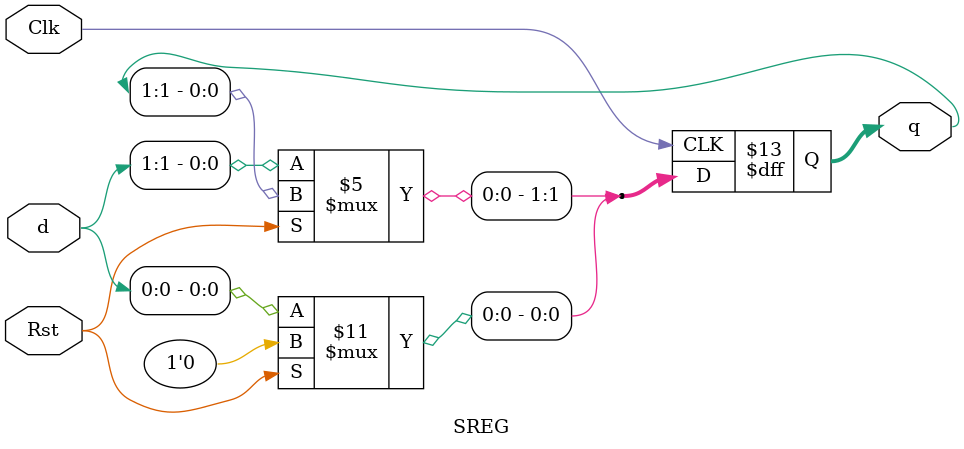
<source format=v>
`timescale 1ns / 1ns


module SREG(d, q, Clk, Rst);
    // Parameter DATAWIDTH that describes the number of bits for the input a
    // and the output q
    parameter DATAWIDTH = 2;
    
    // Input and output declarations for the register module
    input signed [DATAWIDTH-1:0] d;
    output reg signed [DATAWIDTH-1:0] q;
    input Clk, Rst;
    
    // Forward declaration of integer value to be used on reset
    integer i;
    
    // Start the procedural code using an always block that is sensative
    // to the clock input "Clk"
    always @(posedge Clk) begin
    
        // If the reset signal is set then reset the register
        // otherwise set the register to the input data
        if (Rst == 1)
            for(i = 0; i < DATAWIDTH-1; i = i + 1) 
                q[i] <= 1'b0;
        else
            q <= d;
            
    end               

endmodule

</source>
